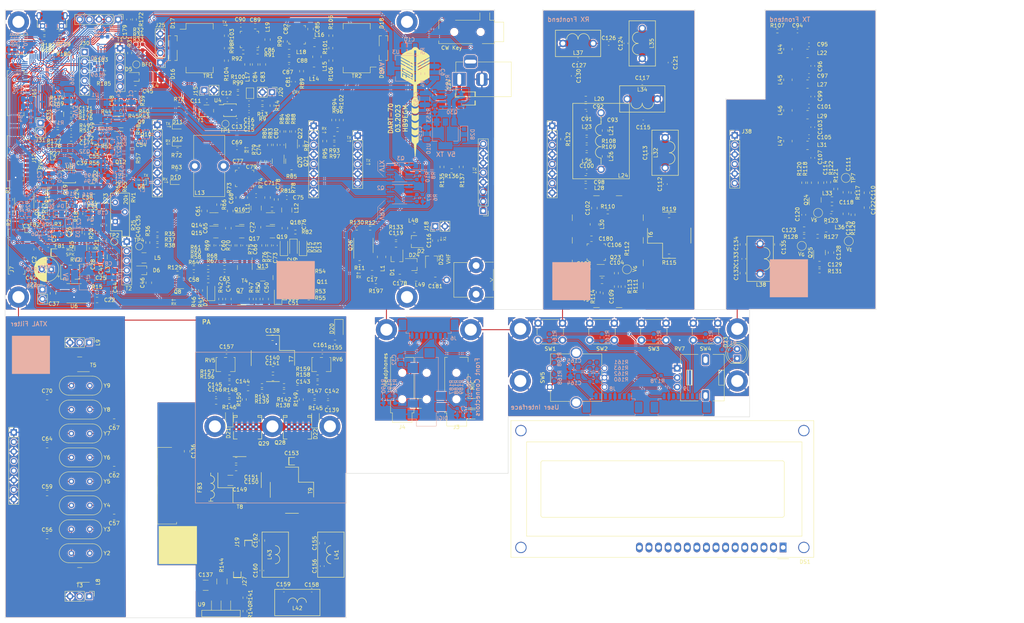
<source format=kicad_pcb>
(kicad_pcb (version 20211014) (generator pcbnew)

  (general
    (thickness 1.6)
  )

  (paper "A4")
  (title_block
    (title "DART-70 TRX")
    (date "2023-02-24")
    (rev "0")
    (company "HB9EGM")
  )

  (layers
    (0 "F.Cu" signal)
    (31 "B.Cu" signal)
    (32 "B.Adhes" user "B.Adhesive")
    (33 "F.Adhes" user "F.Adhesive")
    (34 "B.Paste" user)
    (35 "F.Paste" user)
    (36 "B.SilkS" user "B.Silkscreen")
    (37 "F.SilkS" user "F.Silkscreen")
    (38 "B.Mask" user)
    (39 "F.Mask" user)
    (40 "Dwgs.User" user "User.Drawings")
    (41 "Cmts.User" user "User.Comments")
    (42 "Eco1.User" user "User.Eco1")
    (43 "Eco2.User" user "User.Eco2")
    (44 "Edge.Cuts" user)
    (45 "Margin" user)
    (46 "B.CrtYd" user "B.Courtyard")
    (47 "F.CrtYd" user "F.Courtyard")
    (48 "B.Fab" user)
    (49 "F.Fab" user)
    (50 "User.1" user)
    (51 "User.2" user)
    (52 "User.3" user)
    (53 "User.4" user)
    (54 "User.5" user)
    (55 "User.6" user)
    (56 "User.7" user)
    (57 "User.8" user)
    (58 "User.9" user)
  )

  (setup
    (stackup
      (layer "F.SilkS" (type "Top Silk Screen"))
      (layer "F.Paste" (type "Top Solder Paste"))
      (layer "F.Mask" (type "Top Solder Mask") (thickness 0.01))
      (layer "F.Cu" (type "copper") (thickness 0.035))
      (layer "dielectric 1" (type "core") (thickness 1.51) (material "FR4") (epsilon_r 4.5) (loss_tangent 0.02))
      (layer "B.Cu" (type "copper") (thickness 0.035))
      (layer "B.Mask" (type "Bottom Solder Mask") (thickness 0.01))
      (layer "B.Paste" (type "Bottom Solder Paste"))
      (layer "B.SilkS" (type "Bottom Silk Screen"))
      (copper_finish "None")
      (dielectric_constraints no)
    )
    (pad_to_mask_clearance 0)
    (pcbplotparams
      (layerselection 0x0000130_ffffffff)
      (disableapertmacros false)
      (usegerberextensions false)
      (usegerberattributes true)
      (usegerberadvancedattributes true)
      (creategerberjobfile true)
      (svguseinch false)
      (svgprecision 6)
      (excludeedgelayer true)
      (plotframeref false)
      (viasonmask false)
      (mode 1)
      (useauxorigin false)
      (hpglpennumber 1)
      (hpglpenspeed 20)
      (hpglpendiameter 15.000000)
      (dxfpolygonmode true)
      (dxfimperialunits true)
      (dxfusepcbnewfont true)
      (psnegative false)
      (psa4output false)
      (plotreference true)
      (plotvalue true)
      (plotinvisibletext false)
      (sketchpadsonfab false)
      (subtractmaskfromsilk false)
      (outputformat 5)
      (mirror false)
      (drillshape 0)
      (scaleselection 1)
      (outputdirectory "out")
    )
  )

  (net 0 "")
  (net 1 "+12V")
  (net 2 "GND")
  (net 3 "Net-(C2-Pad1)")
  (net 4 "Net-(C3-Pad1)")
  (net 5 "+9VA")
  (net 6 "/MIC")
  (net 7 "Net-(C6-Pad2)")
  (net 8 "+5VA")
  (net 9 "Net-(C10-Pad1)")
  (net 10 "Net-(C11-Pad1)")
  (net 11 "Net-(C11-Pad2)")
  (net 12 "Net-(C14-Pad1)")
  (net 13 "Net-(C14-Pad2)")
  (net 14 "Net-(C15-Pad1)")
  (net 15 "/BFO")
  (net 16 "Net-(C16-Pad1)")
  (net 17 "Net-(C16-Pad2)")
  (net 18 "Net-(C17-Pad1)")
  (net 19 "/Antenna Switch/TX")
  (net 20 "Net-(C18-Pad1)")
  (net 21 "Net-(C18-Pad2)")
  (net 22 "Net-(C19-Pad1)")
  (net 23 "Net-(C19-Pad2)")
  (net 24 "Net-(C20-Pad1)")
  (net 25 "Net-(C20-Pad2)")
  (net 26 "Net-(C22-Pad1)")
  (net 27 "Net-(C23-Pad1)")
  (net 28 "Net-(C23-Pad2)")
  (net 29 "Net-(C25-Pad1)")
  (net 30 "Net-(C25-Pad2)")
  (net 31 "Net-(C26-Pad1)")
  (net 32 "Net-(C27-Pad1)")
  (net 33 "Net-(C27-Pad2)")
  (net 34 "Net-(C28-Pad1)")
  (net 35 "+VRX")
  (net 36 "Net-(C31-Pad1)")
  (net 37 "Net-(C33-Pad1)")
  (net 38 "/Baseband/VAGC")
  (net 39 "Net-(C37-Pad1)")
  (net 40 "Net-(C39-Pad1)")
  (net 41 "Net-(C39-Pad2)")
  (net 42 "Net-(C40-Pad2)")
  (net 43 "Net-(C41-Pad2)")
  (net 44 "Net-(C42-Pad1)")
  (net 45 "/Baseband/SPKR_OUT")
  (net 46 "Net-(C43-Pad2)")
  (net 47 "Net-(C44-Pad2)")
  (net 48 "Net-(C45-Pad1)")
  (net 49 "Net-(C45-Pad2)")
  (net 50 "Net-(C46-Pad1)")
  (net 51 "Net-(C46-Pad2)")
  (net 52 "Net-(C47-Pad1)")
  (net 53 "Net-(C47-Pad2)")
  (net 54 "Net-(C48-Pad1)")
  (net 55 "Net-(C48-Pad2)")
  (net 56 "Net-(C49-Pad1)")
  (net 57 "Net-(C49-Pad2)")
  (net 58 "Net-(C50-Pad1)")
  (net 59 "Net-(C51-Pad2)")
  (net 60 "Net-(C52-Pad1)")
  (net 61 "Net-(C53-Pad1)")
  (net 62 "Net-(C53-Pad2)")
  (net 63 "Net-(C54-Pad2)")
  (net 64 "Net-(C55-Pad1)")
  (net 65 "Net-(C55-Pad2)")
  (net 66 "Net-(C56-Pad2)")
  (net 67 "Net-(C57-Pad2)")
  (net 68 "Net-(C58-Pad1)")
  (net 69 "Net-(C59-Pad2)")
  (net 70 "Net-(C60-Pad2)")
  (net 71 "Net-(C61-Pad1)")
  (net 72 "Net-(C62-Pad2)")
  (net 73 "Net-(C63-Pad2)")
  (net 74 "Net-(C64-Pad2)")
  (net 75 "Net-(C65-Pad1)")
  (net 76 "Net-(C65-Pad2)")
  (net 77 "Net-(C66-Pad2)")
  (net 78 "Net-(C67-Pad2)")
  (net 79 "Net-(C68-Pad1)")
  (net 80 "Net-(C69-Pad1)")
  (net 81 "Net-(C69-Pad2)")
  (net 82 "Net-(C70-Pad2)")
  (net 83 "Net-(C71-Pad2)")
  (net 84 "Net-(C72-Pad1)")
  (net 85 "Net-(C72-Pad2)")
  (net 86 "Net-(C73-Pad2)")
  (net 87 "Net-(C74-Pad2)")
  (net 88 "Net-(C75-Pad2)")
  (net 89 "Net-(C76-Pad1)")
  (net 90 "Net-(C76-Pad2)")
  (net 91 "Net-(C78-Pad1)")
  (net 92 "Net-(C80-Pad1)")
  (net 93 "Net-(C80-Pad2)")
  (net 94 "Net-(C81-Pad1)")
  (net 95 "Net-(C81-Pad2)")
  (net 96 "Net-(C82-Pad1)")
  (net 97 "Net-(C82-Pad2)")
  (net 98 "Net-(C83-Pad2)")
  (net 99 "Net-(C86-Pad1)")
  (net 100 "Net-(C86-Pad2)")
  (net 101 "Net-(C87-Pad2)")
  (net 102 "Net-(C90-Pad2)")
  (net 103 "/70MHz VHF Frontend/VHF_RX")
  (net 104 "/70MHz VHF Frontend/TX_FROM_MIX")
  (net 105 "Net-(C94-Pad2)")
  (net 106 "Net-(C96-Pad2)")
  (net 107 "Net-(C100-Pad2)")
  (net 108 "Net-(C101-Pad2)")
  (net 109 "Net-(C102-Pad2)")
  (net 110 "Net-(C103-Pad1)")
  (net 111 "Net-(C104-Pad2)")
  (net 112 "Net-(C106-Pad1)")
  (net 113 "Net-(C107-Pad2)")
  (net 114 "Net-(C108-Pad1)")
  (net 115 "Net-(C109-Pad2)")
  (net 116 "/70MHz VHF Frontend/+VTX_FE")
  (net 117 "Net-(C111-Pad2)")
  (net 118 "Net-(C112-Pad1)")
  (net 119 "Net-(C112-Pad2)")
  (net 120 "Net-(C114-Pad2)")
  (net 121 "Net-(C115-Pad2)")
  (net 122 "Net-(C118-Pad2)")
  (net 123 "Net-(C120-Pad1)")
  (net 124 "Net-(C120-Pad2)")
  (net 125 "Net-(C121-Pad1)")
  (net 126 "Net-(C125-Pad2)")
  (net 127 "Net-(C126-Pad1)")
  (net 128 "Net-(C128-Pad1)")
  (net 129 "Net-(C128-Pad2)")
  (net 130 "Net-(C129-Pad1)")
  (net 131 "/70MHz VHF Frontend/RX_TO_MIX")
  (net 132 "/70MHz VHF Frontend/VHF_TX")
  (net 133 "Net-(C136-Pad2)")
  (net 134 "VGG1")
  (net 135 "Net-(C140-Pad1)")
  (net 136 "Net-(C140-Pad2)")
  (net 137 "Net-(C143-Pad1)")
  (net 138 "Net-(C143-Pad2)")
  (net 139 "Net-(C144-Pad1)")
  (net 140 "Net-(C144-Pad2)")
  (net 141 "VGG2")
  (net 142 "+3V3")
  (net 143 "/PA 70MHz/VG_5V")
  (net 144 "Net-(C155-Pad2)")
  (net 145 "Net-(C156-Pad2)")
  (net 146 "Net-(C159-Pad2)")
  (net 147 "/Control on separate board/ENC_B")
  (net 148 "/Control on separate board/ENC_A")
  (net 149 "/Control on separate board/3.3V_UI")
  (net 150 "Net-(C169-Pad1)")
  (net 151 "Net-(C171-Pad1)")
  (net 152 "Net-(C172-Pad1)")
  (net 153 "Net-(C173-Pad2)")
  (net 154 "Net-(C164-Pad2)")
  (net 155 "Net-(C176-Pad1)")
  (net 156 "Net-(C165-Pad1)")
  (net 157 "Net-(C116-Pad1)")
  (net 158 "Net-(D5-Pad1)")
  (net 159 "Net-(D5-Pad2)")
  (net 160 "Net-(D6-Pad1)")
  (net 161 "Net-(D6-Pad2)")
  (net 162 "Net-(D7-Pad2)")
  (net 163 "Net-(D8-Pad2)")
  (net 164 "Net-(L49-Pad2)")
  (net 165 "Net-(D10-Pad1)")
  (net 166 "Net-(D9-Pad2)")
  (net 167 "Net-(D11-Pad1)")
  (net 168 "Net-(D10-Pad2)")
  (net 169 "Net-(D13-Pad2)")
  (net 170 "Net-(D14-Pad2)")
  (net 171 "Net-(D15-Pad2)")
  (net 172 "Net-(D16-Pad1)")
  (net 173 "Net-(D16-Pad2)")
  (net 174 "Net-(D16-Pad3)")
  (net 175 "Net-(D17-Pad3)")
  (net 176 "Net-(D18-Pad1)")
  (net 177 "Net-(D18-Pad2)")
  (net 178 "Net-(D18-Pad3)")
  (net 179 "Net-(D19-Pad3)")
  (net 180 "Net-(D20-Pad2)")
  (net 181 "Net-(D21-Pad2)")
  (net 182 "/Control on separate board/STATUSn")
  (net 183 "Net-(D23-Pad2)")
  (net 184 "unconnected-(DS1-Pad1)")
  (net 185 "unconnected-(DS1-Pad2)")
  (net 186 "unconnected-(DS1-Pad3)")
  (net 187 "unconnected-(DS1-Pad4)")
  (net 188 "unconnected-(DS1-Pad5)")
  (net 189 "unconnected-(DS1-Pad6)")
  (net 190 "unconnected-(DS1-Pad7)")
  (net 191 "unconnected-(DS1-Pad8)")
  (net 192 "unconnected-(DS1-Pad9)")
  (net 193 "unconnected-(DS1-Pad10)")
  (net 194 "unconnected-(DS1-Pad11)")
  (net 195 "unconnected-(DS1-Pad12)")
  (net 196 "unconnected-(DS1-Pad13)")
  (net 197 "unconnected-(DS1-Pad14)")
  (net 198 "unconnected-(DS1-Pad15)")
  (net 199 "unconnected-(DS1-Pad16)")
  (net 200 "Net-(FB1-Pad2)")
  (net 201 "unconnected-(J3-PadNC)")
  (net 202 "Net-(C30-Pad2)")
  (net 203 "unconnected-(J3-PadR1)")
  (net 204 "Net-(J3-PadS)")
  (net 205 "Net-(J3-PadT)")
  (net 206 "unconnected-(J3-PadTN)")
  (net 207 "Net-(J4-PadR)")
  (net 208 "Net-(J4-PadTN)")
  (net 209 "/CW_RING")
  (net 210 "/CW_TIP")
  (net 211 "unconnected-(J5-PadTN)")
  (net 212 "Net-(C30-Pad1)")
  (net 213 "Net-(C32-Pad2)")
  (net 214 "Net-(C32-Pad1)")
  (net 215 "/Baseband/SPKR_DET")
  (net 216 "Net-(J8-Pad3)")
  (net 217 "Net-(J9-Pad2)")
  (net 218 "Net-(J9-Pad3)")
  (net 219 "Net-(J9-Pad4)")
  (net 220 "Net-(J9-Pad5)")
  (net 221 "unconnected-(J9-Pad6)")
  (net 222 "unconnected-(J12-Pad3)")
  (net 223 "/Baseband/GPIO_XTAL")
  (net 224 "/EN_VRX")
  (net 225 "/EN_VTX")
  (net 226 "Net-(D28-Pad1)")
  (net 227 "/Baseband/CW_KEYn")
  (net 228 "/Baseband/CW_TONE")
  (net 229 "/MIC_PTT")
  (net 230 "/Baseband/SPKR_VOL")
  (net 231 "/MUTE_MICn")
  (net 232 "/SDA")
  (net 233 "/SCL")
  (net 234 "/S_METER")
  (net 235 "/Baseband/VHF_IN")
  (net 236 "/Baseband/VHF_OUT")
  (net 237 "/CLK1")
  (net 238 "Net-(J22-Pad2)")
  (net 239 "+VTX")
  (net 240 "Net-(J24-Pad2)")
  (net 241 "unconnected-(J24-Pad4)")
  (net 242 "unconnected-(J24-Pad5)")
  (net 243 "Net-(J24-Pad7)")
  (net 244 "/Control on separate board/DISP_LAT")
  (net 245 "/Control on separate board/I2C2_SDA")
  (net 246 "/Control on separate board/I2C2_SCL")
  (net 247 "/Control on separate board/PC14")
  (net 248 "/Control on separate board/PC13")
  (net 249 "Net-(C93-Pad1)")
  (net 250 "/Control on separate board/USART1_TX")
  (net 251 "/Control on separate board/USART1_RX")
  (net 252 "/Control on separate board/PB15")
  (net 253 "unconnected-(J34-Pad1)")
  (net 254 "/Control on separate board/USB_DM")
  (net 255 "/Control on separate board/USB_DP")
  (net 256 "Net-(J34-Pad4)")
  (net 257 "/Control on separate board/SWCLK")
  (net 258 "/Control on separate board/SWDIO")
  (net 259 "/Control on separate board/RESETn")
  (net 260 "/LO1")
  (net 261 "Net-(L14-Pad1)")
  (net 262 "Net-(L15-Pad1)")
  (net 263 "Net-(L19-Pad1)")
  (net 264 "Net-(L21-Pad2)")
  (net 265 "Net-(L23-Pad2)")
  (net 266 "Net-(L25-Pad2)")
  (net 267 "Net-(Q1-Pad2)")
  (net 268 "Net-(Q2-Pad4)")
  (net 269 "Net-(Q3-Pad4)")
  (net 270 "Net-(Q6-Pad1)")
  (net 271 "Net-(Q7-Pad1)")
  (net 272 "Net-(Q10-Pad1)")
  (net 273 "Net-(Q10-Pad2)")
  (net 274 "Net-(Q11-Pad1)")
  (net 275 "Net-(Q11-Pad3)")
  (net 276 "Net-(Q13-Pad1)")
  (net 277 "Net-(Q14-Pad2)")
  (net 278 "Net-(Q14-Pad3)")
  (net 279 "Net-(Q16-Pad2)")
  (net 280 "Net-(Q18-Pad2)")
  (net 281 "Net-(Q20-Pad1)")
  (net 282 "Net-(Q21-Pad1)")
  (net 283 "Net-(Q23-Pad1)")
  (net 284 "Net-(Q24-Pad4)")
  (net 285 "/70MHz VHF Frontend/+VRX_FE")
  (net 286 "Net-(Q30-Pad4)")
  (net 287 "Net-(R22-Pad2)")
  (net 288 "Net-(R23-Pad2)")
  (net 289 "Net-(R28-Pad2)")
  (net 290 "Net-(R31-Pad1)")
  (net 291 "Net-(R31-Pad2)")
  (net 292 "Net-(R35-Pad1)")
  (net 293 "Net-(R36-Pad1)")
  (net 294 "Net-(R93-Pad1)")
  (net 295 "Net-(R103-Pad2)")
  (net 296 "Net-(R104-Pad2)")
  (net 297 "Net-(R100-Pad1)")
  (net 298 "Net-(R101-Pad1)")
  (net 299 "Net-(R111-Pad2)")
  (net 300 "Net-(R140-Pad1)")
  (net 301 "Net-(J27-Pad1)")
  (net 302 "Net-(R157-Pad1)")
  (net 303 "Net-(R159-Pad1)")
  (net 304 "Net-(R160-Pad1)")
  (net 305 "Net-(R161-Pad2)")
  (net 306 "/Control on separate board/BTN0")
  (net 307 "/Control on separate board/BTN1")
  (net 308 "/Control on separate board/BTN2")
  (net 309 "/Control on separate board/BTN3")
  (net 310 "Net-(R168-Pad1)")
  (net 311 "/Control on separate board/ENC_BTN")
  (net 312 "/Control on separate board/XTAL1")
  (net 313 "/Control on separate board/XTAL2")
  (net 314 "/Control on separate board/PWM_CW")
  (net 315 "/Control on separate board/MUTE_SPKR")
  (net 316 "Net-(R178-Pad2)")
  (net 317 "Net-(R179-Pad2)")
  (net 318 "Net-(R180-Pad2)")
  (net 319 "/Control on separate board/BOOT0")
  (net 320 "/Control on separate board/BOOT1")
  (net 321 "unconnected-(T3-Pad2)")
  (net 322 "unconnected-(T5-Pad2)")
  (net 323 "unconnected-(TR1-Pad10)")
  (net 324 "unconnected-(TR1-Pad15)")
  (net 325 "unconnected-(TR2-Pad10)")
  (net 326 "unconnected-(TR2-Pad15)")
  (net 327 "Net-(U4-Pad3)")
  (net 328 "Net-(D23-Pad1)")
  (net 329 "Net-(D22-Pad2)")
  (net 330 "unconnected-(T4-Pad2)")
  (net 331 "/Antenna Switch/RX")
  (net 332 "Net-(C38-Pad1)")
  (net 333 "Net-(L22-Pad2)")
  (net 334 "Net-(L27-Pad2)")
  (net 335 "Net-(L29-Pad2)")
  (net 336 "Net-(L31-Pad2)")
  (net 337 "unconnected-(U11-Pad1)")
  (net 338 "Net-(C119-Pad1)")
  (net 339 "/Antenna Switch/ANT")
  (net 340 "/Antenna Switch/V_{PIN}")
  (net 341 "Net-(Q26-Pad5)")
  (net 342 "Net-(Q26-Pad7)")
  (net 343 "/TX_to_PA")
  (net 344 "/Baseband/AGC_to_METER")
  (net 345 "Net-(C136-Pad1)")
  (net 346 "/PA 70MHz/V_{DD}")
  (net 347 "Net-(C154-Pad1)")
  (net 348 "Net-(C137-Pad1)")
  (net 349 "Net-(C181-Pad2)")
  (net 350 "Net-(FB3-Pad1)")
  (net 351 "Net-(J16-Pad5)")
  (net 352 "Net-(C162-Pad2)")
  (net 353 "Net-(J8-Pad2)")
  (net 354 "Net-(J8-Pad5)")
  (net 355 "Net-(Q1-Pad4)")
  (net 356 "Net-(C148-Pad2)")
  (net 357 "Net-(Q28-Pad1)")
  (net 358 "Net-(Q29-Pad1)")
  (net 359 "Net-(C147-Pad2)")
  (net 360 "Net-(C163-Pad1)")
  (net 361 "Net-(C163-Pad2)")
  (net 362 "Net-(C177-Pad2)")
  (net 363 "Net-(J7-Pad4)")
  (net 364 "unconnected-(J28-PadNC)")
  (net 365 "Net-(J28-PadR1)")
  (net 366 "Net-(J28-PadR2)")
  (net 367 "unconnected-(J28-PadTN)")
  (net 368 "Net-(Q27-Pad1)")
  (net 369 "Net-(Q32-Pad1)")
  (net 370 "/Control on separate board/PB4")
  (net 371 "/VOX_PTTn")
  (net 372 "Net-(D11-Pad2)")

  (footprint "Capacitor_SMD:C_0603_1608Metric_Pad1.08x0.95mm_HandSolder" (layer "F.Cu") (at 30.48 52.832 180))

  (footprint "Resistor_SMD:R_0603_1608Metric_Pad0.98x0.95mm_HandSolder" (layer "F.Cu") (at 224.663 66.167 -90))

  (footprint "Crystal:Crystal_HC49-U_Vertical" (layer "F.Cu") (at 30.531 145.41))

  (footprint "Resistor_SMD:R_0603_1608Metric_Pad0.98x0.95mm_HandSolder" (layer "F.Cu") (at 72.42 119.228))

  (footprint "Resistor_SMD:R_0603_1608Metric_Pad0.98x0.95mm_HandSolder" (layer "F.Cu") (at 89.916 79.248))

  (footprint "Package_SO:MSOP-10_3x3mm_P0.5mm" (layer "F.Cu") (at 29.972 64.516))

  (footprint "mpb:four_4mm_pads_narrow" (layer "F.Cu") (at 83.85 112.624 -90))

  (footprint "Potentiometer_SMD:Potentiometer_Bourns_3214W_Vertical" (layer "F.Cu") (at 23.368 65.024 -90))

  (footprint "Potentiometer_SMD:Potentiometer_Bourns_3214W_Vertical" (layer "F.Cu") (at 26.67 72.898 180))

  (footprint "Resistor_SMD:R_0603_1608Metric_Pad0.98x0.95mm_HandSolder" (layer "F.Cu") (at 237.744 74.676 90))

  (footprint "Capacitor_SMD:C_0603_1608Metric_Pad1.08x0.95mm_HandSolder" (layer "F.Cu") (at 183.896 58.42 -90))

  (footprint "Resistor_SMD:R_0603_1608Metric_Pad0.98x0.95mm_HandSolder" (layer "F.Cu") (at 59.0785 45.466))

  (footprint "Capacitor_SMD:C_0603_1608Metric_Pad1.08x0.95mm_HandSolder" (layer "F.Cu") (at 42.672 44.45 90))

  (footprint "Resistor_SMD:R_0603_1608Metric_Pad0.98x0.95mm_HandSolder" (layer "F.Cu") (at 228.346 80.391 180))

  (footprint "Capacitor_SMD:C_0805_2012Metric_Pad1.18x1.45mm_HandSolder" (layer "F.Cu") (at 83.977 115.672))

  (footprint "Capacitor_SMD:C_0805_2012Metric_Pad1.18x1.45mm_HandSolder" (layer "F.Cu") (at 83.9555 117.958))

  (footprint "Diode_SMD:D_SOD-123F" (layer "F.Cu") (at 86.868 83.312 90))

  (footprint "Resistor_SMD:R_0603_1608Metric_Pad0.98x0.95mm_HandSolder" (layer "F.Cu") (at 48.514 32.507 180))

  (footprint "mpb:PLD-1.5W" (layer "F.Cu") (at 77.246 130.912))

  (footprint "Capacitor_SMD:C_0805_2012Metric_Pad1.18x1.45mm_HandSolder" (layer "F.Cu") (at 61.214 137.414 -90))

  (footprint "Capacitor_SMD:C_0805_2012Metric_Pad1.18x1.45mm_HandSolder" (layer "F.Cu") (at 208.534 82.55 -90))

  (footprint "Connector_BarrelJack:BarrelJack_Horizontal" (layer "F.Cu") (at 133.35 38.735 180))

  (footprint "Inductor_SMD:L_1008_2520Metric_Pad1.43x2.20mm_HandSolder" (layer "F.Cu") (at 220.472 30.734 90))

  (footprint "Package_TO_SOT_SMD:SOT-23" (layer "F.Cu") (at 58.674 92.71 180))

  (footprint "MountingHole:MountingHole_3.2mm_M3_DIN965_Pad" (layer "F.Cu") (at 149.536 104.956))

  (footprint "Resistor_SMD:R_0603_1608Metric_Pad0.98x0.95mm_HandSolder" (layer "F.Cu") (at 46.6575 52.07 90))

  (footprint "Capacitor_SMD:C_0805_2012Metric_Pad1.18x1.45mm_HandSolder" (layer "F.Cu") (at 168.402 81.026 180))

  (footprint "Inductor_SMD:L_1008_2520Metric_Pad1.43x2.20mm_HandSolder" (layer "F.Cu") (at 94.957 28.956))

  (footprint "Connector_PinHeader_1.27mm:PinHeader_2x04_P1.27mm_Vertical_SMD" (layer "F.Cu") (at 17.272 29.591))

  (footprint "Capacitor_SMD:C_0805_2012Metric_Pad1.18x1.45mm_HandSolder" (layer "F.Cu") (at 97.028 161.798 90))

  (footprint "Capacitor_SMD:C_0603_1608Metric_Pad1.08x0.95mm_HandSolder" (layer "F.Cu") (at 40.8155 51.562 90))

  (footprint "mpb:two_4mm_pads" (layer "F.Cu") (at 135.89 43.815 -90))

  (footprint "Inductor_SMD:L_1008_2520Metric_Pad1.43x2.20mm_HandSolder" (layer "F.Cu") (at 220.472 55.118 90))

  (footprint "Capacitor_SMD:C_0805_2012Metric_Pad1.18x1.45mm_HandSolder" (layer "F.Cu") (at 82.042 97.028 -90))

  (footprint "Capacitor_SMD:C_0603_1608Metric_Pad1.08x0.95mm_HandSolder" (layer "F.Cu") (at 89.408 39.37 90))

  (footprint "Resistor_SMD:R_0603_1608Metric_Pad0.98x0.95mm_HandSolder" (layer "F.Cu") (at 39.7995 48.768))

  (footprint "Inductor_SMD:L_0805_2012Metric_Pad1.15x1.40mm_HandSolder" (layer "F.Cu") (at 167.132 52.832 180))

  (footprint "TestPoint:TestPoint_Pad_D2.0mm" (layer "F.Cu") (at 236.601 81.661 -90))

  (footprint "Resistor_SMD:R_0603_1608Metric_Pad0.98x0.95mm_HandSolder" (layer "F.Cu") (at 72.39 124.206 180))

  (footprint "Package_TO_SOT_SMD:SOT-323_SC-70_Handsoldering" (layer "F.Cu") (at 57.404 27.9185 90))

  (footprint "Resistor_SMD:R_0603_1608Metric_Pad0.98x0.95mm_HandSolder" (layer "F.Cu") (at 76.543 179.822 -90))

  (footprint "Resistor_SMD:R_0603_1608Metric_Pad0.98x0.95mm_HandSolder" (layer "F.Cu") (at 74.676 70.104 -90))

  (footprint "Capacitor_SMD:C_0603_1608Metric_Pad1.08x0.95mm_HandSolder" (layer "F.Cu") (at 76.454 82.804 90))

  (footprint "Potentiometer_SMD:Potentiometer_Bourns_3214W_Vertical" (layer "F.Cu") (at 96.804 114.402))

  (footprint "Capacitor_SMD:C_0805_2012Metric_Pad1.18x1.45mm_HandSolder" (layer "F.Cu") (at 241.427 68.834 90))

  (footprint "Capacitor_SMD:C_0805_2012Metric_Pad1.18x1.45mm_HandSolder" (layer "F.Cu") (at 41.871 129.535 180))

  (footprint "Capacitor_SMD:C_0805_2012Metric_Pad1.18x1.45mm_HandSolder" (layer "F.Cu") (at 79.248 34.798 -90))

  (footprint "Crystal:Crystal_HC49-U_Vertical" (layer "F.Cu") (at 35.431 120.01 180))

  (footprint "Jumper:SolderJumper-2_P1.3mm_Open_TrianglePad1.0x1.5mm" (layer "F.Cu") (at 77.8775 42.418 90))

  (footprint "Capacitor_SMD:C_0805_2012Metric_Pad1.18x1.45mm_HandSolder" (layer "F.Cu") (at 232.156 73.025 180))

  (footprint "Resistor_SMD:R_0603_1608Metric_Pad0.98x0.95mm_HandSolder" (layer "F.Cu") (at 89.408 52.578 -90))

  (footprint "Resistor_SMD:R_0603_1608Metric_Pad0.98x0.95mm_HandSolder" (layer "F.Cu") (at 228.854 89.535 180))

  (footprint "Resistor_SMD:R_0603_1608Metric_Pad0.98x0.95mm_HandSolder" (layer "F.Cu") (at 231.902 74.93))

  (footprint "Capacitor_SMD:C_0805_2012Metric_Pad1.18x1.45mm_HandSolder" (layer "F.Cu") (at 241.427 72.771 -90))

  (footprint "mpb:TO-220-3_Vertical_SMD" (layer "F.Cu")
    (tedit 605B297E) (tstamp 1c1eebce-3ee0-4d91-b1d4-9bfd3669f304)
    (at 72.743 175.919 180)
    (descr "TO-220-3, Horizontal, RM 2.54mm, see https://www.vishay.com/docs/66542/to-220-1.pdf")
    (tags "TO-220-3 Horizontal RM 2.54mm")
    (property "Need_order" "0")
    (property "Sheetfile" "pa_70.kicad_sch")
    (property "Sheetname" "PA 70MHz")
    (path "/f5953f75-4b48-4b4f-8eb7-dca86201f1bf/00000000-0000-0000-0000-000060629fa1")
    (attr through_hole)
    (fp_text reference "U9" (at 7.719 -2.135) (layer "F.SilkS")
      (effects (font (size 1 1) (thickness 0.15)))
      (tstamp c009ab0e-1a5c-4551-a496-42bd58a7580f)
    )
    (fp_text value "LM350_TO220" (at 2.54 2) (layer "F.Fab")
      (effects (font (size 1 1) (thickness 0.15)))
      (tstamp 865d3f5e-fa08-4fe2-b213-f752f931d7eb)
    )
    (fp_text user "${REFERENCE}" (at 2.3622 -6.223) (layer "F.Fab")
      (effects (font (size 1 1) (thickness 0.15)))
      (tstamp 49033a31-9281-401b-8438-f4e05e3856f8)
    )
    (fp_line (start 5.08 -3.69) (end 5.08 -1.15) (layer "F.SilkS") (width 0.12) (tstamp 1b2c44b2-ff2d-495d-941a-722520bc6138))
    (fp_line (start -2.58 -5.4102) (end -2.58 -3.69) (layer "F.SilkS") (width 0.12) (tstamp 2d334b5b-7b01-438a-a7ad-3b1b5200a7df))
    (fp_line (start 0 -3.69) (end 0 -1.15) (layer "F.SilkS") (width 0.12) (tstamp 552bc54b-f683-48a5-a182-7837f4c5fcc4))
    (fp_line (start 7.66 -3.69) (end 7.66 -5.4102) (layer "F.SilkS") (width 0.12) (tstamp 60ed927f-d8d3-4e10-821c-3411db1c05b8))
    (fp_line (start -2.58 -5.4102) (end 7.66 -5.4102) (layer "F.SilkS") (width 0.12) (tstamp 6789e2dd-467a-4925-92aa-f067031c9a80))
    (fp_line (start -2.58 -3.69) (end 7.66 -3.69) (layer "F.SilkS") (width 0.12) (tstamp e8c3968e-083f-4cd5-b4f9-b8c672ca3011))
    (fp_line (start 2.54 -3.69) (end 2.54 -1.15) (layer "F.SilkS") (width 0.12) (tstamp f461787b-21b8-4df7-bc35-000788f6b14d))
    (fp_line (start 7.8 -5.5) (end -2.7 -5.5) (layer "F.CrtYd") (width 0.05) (tstamp 07eb8f73-d83f-4aa4-921d-50ff3ad7b366))
    (fp_line (start -2.7 -5.5) (end -2.7 1.25) (layer "F.CrtYd") (width 0.05) (tstamp 607b7baa-6175-4074-ad7e-2f964e203efe))
    (fp_line (start -2.7 1.25) (end 7.8 1.25) (layer "F.CrtYd") (width 0.05) (tstamp a810a101-4bf0-4790-b1cc-3357d73cda90))
    (fp_line (start 7.8 1.25) (end 7.8 -5.5) (layer "F.CrtYd") (width 0.05) (tstamp c41d4716-8d18-425b-b562-cd268bb0f986))
    (fp_line (start -2.46 -3.81) (end -2.46 -5.3594) (layer "F.Fab") (width 0.1) (tstamp 06f0880f-16cd-44c6-b954-3e5c91e82434))
    (fp_li
... [6463475 chars truncated]
</source>
